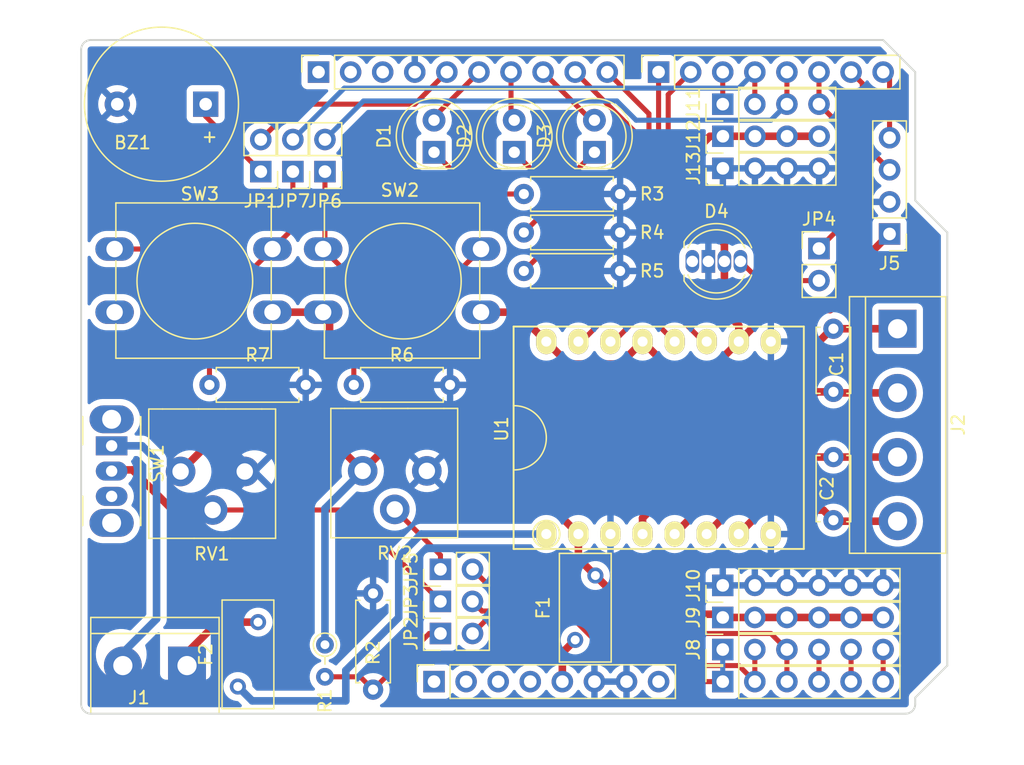
<source format=kicad_pcb>
(kicad_pcb (version 20211014) (generator pcbnew)

  (general
    (thickness 1.6)
  )

  (paper "A4")
  (title_block
    (date "mar. 31 mars 2015")
  )

  (layers
    (0 "F.Cu" signal)
    (31 "B.Cu" signal)
    (32 "B.Adhes" user "B.Adhesive")
    (33 "F.Adhes" user "F.Adhesive")
    (34 "B.Paste" user)
    (35 "F.Paste" user)
    (36 "B.SilkS" user "B.Silkscreen")
    (37 "F.SilkS" user "F.Silkscreen")
    (38 "B.Mask" user)
    (39 "F.Mask" user)
    (40 "Dwgs.User" user "User.Drawings")
    (41 "Cmts.User" user "User.Comments")
    (42 "Eco1.User" user "User.Eco1")
    (43 "Eco2.User" user "User.Eco2")
    (44 "Edge.Cuts" user)
    (45 "Margin" user)
    (46 "B.CrtYd" user "B.Courtyard")
    (47 "F.CrtYd" user "F.Courtyard")
    (48 "B.Fab" user)
    (49 "F.Fab" user)
  )

  (setup
    (stackup
      (layer "F.SilkS" (type "Top Silk Screen"))
      (layer "F.Paste" (type "Top Solder Paste"))
      (layer "F.Mask" (type "Top Solder Mask") (color "Green") (thickness 0.01))
      (layer "F.Cu" (type "copper") (thickness 0.035))
      (layer "dielectric 1" (type "core") (thickness 1.51) (material "FR4") (epsilon_r 4.5) (loss_tangent 0.02))
      (layer "B.Cu" (type "copper") (thickness 0.035))
      (layer "B.Mask" (type "Bottom Solder Mask") (color "Green") (thickness 0.01))
      (layer "B.Paste" (type "Bottom Solder Paste"))
      (layer "B.SilkS" (type "Bottom Silk Screen"))
      (copper_finish "None")
      (dielectric_constraints no)
    )
    (pad_to_mask_clearance 0)
    (aux_axis_origin 100 100)
    (grid_origin 100 100)
    (pcbplotparams
      (layerselection 0x00010f0_ffffffff)
      (disableapertmacros false)
      (usegerberextensions false)
      (usegerberattributes true)
      (usegerberadvancedattributes true)
      (creategerberjobfile true)
      (svguseinch false)
      (svgprecision 6)
      (excludeedgelayer true)
      (plotframeref false)
      (viasonmask false)
      (mode 1)
      (useauxorigin false)
      (hpglpennumber 1)
      (hpglpenspeed 20)
      (hpglpendiameter 15.000000)
      (dxfpolygonmode true)
      (dxfimperialunits true)
      (dxfusepcbnewfont true)
      (psnegative false)
      (psa4output false)
      (plotreference true)
      (plotvalue true)
      (plotinvisibletext false)
      (sketchpadsonfab false)
      (subtractmaskfromsilk false)
      (outputformat 1)
      (mirror false)
      (drillshape 0)
      (scaleselection 1)
      (outputdirectory "gerbers/")
    )
  )

  (net 0 "")
  (net 1 "GND")
  (net 2 "Net-(BZ1-Pad1)")
  (net 3 "+5V")
  (net 4 "/IOREF")
  (net 5 "/A0")
  (net 6 "/A1")
  (net 7 "/A2")
  (net 8 "/A3")
  (net 9 "/SDA{slash}A4")
  (net 10 "/SCL{slash}A5")
  (net 11 "/13")
  (net 12 "/12")
  (net 13 "/AREF")
  (net 14 "/8")
  (net 15 "/7")
  (net 16 "/*11")
  (net 17 "/*10")
  (net 18 "/*9")
  (net 19 "/4")
  (net 20 "/2")
  (net 21 "/*6")
  (net 22 "/*5")
  (net 23 "/TX{slash}1")
  (net 24 "/*3")
  (net 25 "/RX{slash}0")
  (net 26 "Net-(C1-Pad1)")
  (net 27 "Net-(C1-Pad2)")
  (net 28 "/~{RESET}")
  (net 29 "Net-(C2-Pad1)")
  (net 30 "Net-(C2-Pad2)")
  (net 31 "Net-(D1-Pad1)")
  (net 32 "Net-(D2-Pad1)")
  (net 33 "Net-(D3-Pad1)")
  (net 34 "Net-(F1-Pad1)")
  (net 35 "Net-(F2-Pad1)")
  (net 36 "/+BAT")
  (net 37 "Net-(F3-Pad1)")
  (net 38 "/STUP_IN")
  (net 39 "unconnected-(J4-Pad1)")
  (net 40 "/Vin")
  (net 41 "Net-(JP2-Pad1)")
  (net 42 "Net-(JP3-Pad1)")
  (net 43 "Net-(D4-Pad4)")
  (net 44 "Net-(JP5-Pad1)")
  (net 45 "Net-(JP6-Pad1)")
  (net 46 "Net-(JP7-Pad1)")
  (net 47 "unconnected-(D4-Pad1)")

  (footprint "Connector_PinSocket_2.54mm:PinSocket_1x08_P2.54mm_Vertical" (layer "F.Cu") (at 127.94 97.46 90))

  (footprint "Connector_PinSocket_2.54mm:PinSocket_1x06_P2.54mm_Vertical" (layer "F.Cu") (at 150.8 97.46 90))

  (footprint "Connector_PinSocket_2.54mm:PinSocket_1x10_P2.54mm_Vertical" (layer "F.Cu") (at 118.796 49.2 90))

  (footprint "Connector_PinSocket_2.54mm:PinSocket_1x08_P2.54mm_Vertical" (layer "F.Cu") (at 145.72 49.2 90))

  (footprint "Resistor_THT:R_Axial_DIN0207_L6.3mm_D2.5mm_P7.62mm_Horizontal" (layer "F.Cu") (at 123.114 98.095 90))

  (footprint "Connector_PinHeader_2.54mm:PinHeader_1x06_P2.54mm_Vertical" (layer "F.Cu") (at 150.8 89.84 90))

  (footprint "Fuse:Fuse_BelFuse_0ZRE0005FF_L8.3mm_W3.8mm" (layer "F.Cu") (at 139.116 94.158 90))

  (footprint "Connector_PinHeader_2.54mm:PinHeader_1x04_P2.54mm_Vertical" (layer "F.Cu") (at 150.8 51.74 90))

  (footprint "bl_kicad:NEOPIXEL_THT_D5.0mm-4_(OGVI)" (layer "F.Cu") (at 148.392 64.186))

  (footprint "Button_Switch_THT:SW_PUSH-12mm" (layer "F.Cu") (at 119.16 63.21))

  (footprint "bl_kicad:POT_SmallBlueArrow" (layer "F.Cu") (at 122.29 75.95 -90))

  (footprint "LED_THT:LED_D5.0mm" (layer "F.Cu") (at 134.29 55.55 90))

  (footprint "Connector_PinHeader_2.54mm:PinHeader_1x02_P2.54mm_Vertical" (layer "F.Cu") (at 116.764 57.079 180))

  (footprint "LED_THT:LED_D5.0mm" (layer "F.Cu") (at 140.64 55.55 90))

  (footprint "Connector_PinHeader_2.54mm:PinHeader_1x02_P2.54mm_Vertical" (layer "F.Cu") (at 128.448 93.65 90))

  (footprint "Connector_PinHeader_2.54mm:PinHeader_1x04_P2.54mm_Vertical" (layer "F.Cu") (at 164.008 62.017 180))

  (footprint "Connector_PinHeader_2.54mm:PinHeader_1x04_P2.54mm_Vertical" (layer "F.Cu") (at 150.81 56.82 90))

  (footprint "Connector_PinHeader_2.54mm:PinHeader_1x04_P2.54mm_Vertical" (layer "F.Cu") (at 150.81 54.28 90))

  (footprint "Button_Switch_THT:SW_PUSH-12mm" (layer "F.Cu") (at 102.65 63.21))

  (footprint "LED_THT:LED_D5.0mm" (layer "F.Cu") (at 127.94 55.55 90))

  (footprint "Connector_PinHeader_2.54mm:PinHeader_1x02_P2.54mm_Vertical" (layer "F.Cu") (at 119.304 57.079 180))

  (footprint "Resistor_THT:R_Axial_DIN0207_L6.3mm_D2.5mm_P7.62mm_Horizontal" (layer "F.Cu") (at 110.16 73.965))

  (footprint "Capacitor_THT:C_Disc_D5.0mm_W2.5mm_P5.00mm" (layer "F.Cu") (at 159.563 69.52 -90))

  (footprint "Capacitor_THT:C_Disc_D5.0mm_W2.5mm_P5.00mm" (layer "F.Cu") (at 159.563 79.68 -90))

  (footprint "Resistor_THT:R_Axial_DIN0207_L6.3mm_D2.5mm_P7.62mm_Horizontal" (layer "F.Cu") (at 121.59 73.965))

  (footprint "Connector_PinHeader_2.54mm:PinHeader_1x02_P2.54mm_Vertical" (layer "F.Cu") (at 128.448 88.57 90))

  (footprint "Resistor_THT:R_Axial_DIN0207_L6.3mm_D2.5mm_P7.62mm_Horizontal" (layer "F.Cu") (at 135.052 58.852))

  (footprint "Resistor_THT:R_Axial_DIN0204_L3.6mm_D1.6mm_P2.54mm_Vertical" (layer "F.Cu") (at 119.304 94.539 -90))

  (footprint "Connector_PinHeader_2.54mm:PinHeader_1x02_P2.54mm_Vertical" (layer "F.Cu") (at 114.224 57.079 180))

  (footprint "Fuse:Fuse_BelFuse_0ZRE0005FF_L8.3mm_W3.8mm" (layer "F.Cu") (at 112.408 97.851 90))

  (footprint "bl_kicad:POT_SmallBlueArrow" (layer "F.Cu") (at 107.874 75.997 -90))

  (footprint "bl_kicad:Buzzer_11.45x8RM7" (layer "F.Cu") (at 110.16 51.74 180))

  (footprint "Button_Switch_THT:SW_CuK_OS102011MA1QN1_SPDT_Angled" (layer "F.Cu") (at 102.413 78.791 -90))

  (footprint "TerminalBlock:TerminalBlock_bornier-4_P5.08mm" (layer "F.Cu") (at 164.643 69.52 -90))

  (footprint "TerminalBlock:TerminalBlock_bornier-2_P5.08mm" (layer "F.Cu") (at 108.382 96.19 180))

  (footprint "Resistor_THT:R_Axial_DIN0207_L6.3mm_D2.5mm_P7.62mm_Horizontal" (layer "F.Cu") (at 135.052 61.9))

  (footprint "Resistor_THT:R_Axial_DIN0207_L6.3mm_D2.5mm_P7.62mm_Horizontal" (layer "F.Cu") (at 135.052 64.948))

  (footprint "Connector_PinHeader_2.54mm:PinHeader_1x02_P2.54mm_Vertical" (layer "F.Cu") (at 128.443 91.11 90))

  (footprint "Connector_PinHeader_2.54mm:PinHeader_1x06_P2.54mm_Vertical" (layer "F.Cu") (at 150.8 94.92 90))

  (footprint "bl_kicad:DIP-16_600" (layer "F.Cu") (at 136.83 85.776 90))

  (footprint "Connector_PinHeader_2.54mm:PinHeader_1x02_P2.54mm_Vertical" (layer "F.Cu") (at 158.42 63.17))

  (footprint "Connector_PinHeader_2.54mm:PinHeader_1x06_P2.54mm_Vertical" (layer "F.Cu") (at 150.8 92.38 90))

  (gr_line (start 98.095 96.825) (end 98.095 87.935) (layer "Dwgs.User") (width 0.15) (tstamp 53e4740d-8877-45f6-ab44-50ec12588509))
  (gr_line (start 111.43 96.825) (end 98.095 96.825) (layer "Dwgs.User") (width 0.15) (tstamp 556cf23c-299b-4f67-9a25-a41fb8b5982d))
  (gr_rect (start 162.23 69.52) (end 167.31 77.14) (layer "Dwgs.User") (width 0.15) (fill none) (tstamp 58ce2ea3-aa66-45fe-b5e1-d11ebd935d6a))
  (gr_line (start 98.095 87.935) (end 111.43 87.935) (layer "Dwgs.User") (width 0.15) (tstamp 77f9193c-b405-498d-930b-ec247e51bb7e))
  (gr_line (start 93.65 67.615) (end 93.65 56.185) (layer "Dwgs.User") (width 0.15) (tstamp 886b3496-76f8-498c-900d-2acfeb3f3b58))
  (gr_line (start 111.43 87.935) (end 111.43 96.825) (layer "Dwgs.User") (width 0.15) (tstamp 92b33026-7cad-45d2-b531-7f20adda205b))
  (gr_line (start 109.525 56.185) (end 109.525 67.615) (layer "Dwgs.User") (width 0.15) (tstamp bf6edab4-3acb-4a87-b344-4fa26a7ce1ab))
  (gr_line (start 93.65 56.185) (end 109.525 56.185) (layer "Dwgs.User") (width 0.15) (tstamp da3f2702-9f42-46a9-b5f9-abfc74e86759))
  (gr_line (start 109.525 67.615) (end 93.65 67.615) (layer "Dwgs.User") (width 0.15) (tstamp fde342e7-23e6-43a1-9afe-f71547964d5d))
  (gr_line (start 166.04 59.36) (end 168.58 61.9) (layer "Edge.Cuts") (width 0.15) (tstamp 14983443-9435-48e9-8e51-6faf3f00bdfc))
  (gr_line (start 100 99.238) (end 100 47.422) (layer "Edge.Cuts") (width 0.15) (tstamp 16738e8d-f64a-4520-b480-307e17fc6e64))
  (gr_line (start 168.58 61.9) (end 168.58 96.19) (layer "Edge.Cuts") (width 0.15) (tstamp 58c6d72f-4bb9-4dd3-8643-c635155dbbd9))
  (gr_line (start 165.278 100) (end 100.762 100) (layer "Edge.Cuts") (width 0.15) (tstamp 63988798-ab74-4066-afcb-7d5e2915caca))
  (gr_line (start 100.762 46.66) (end 163.5 46.66) (layer "Edge.Cuts") (width 0.15) (tstamp 6fef40a2-9c09-4d46-b120-a8241120c43b))
  (gr_arc (start 100.762 100) (mid 100.223185 99.776815) (end 100 99.238) (layer "Edge.Cuts") (width 0.15) (tstamp 814cca0a-9069-4535-992b-1bc51a8012a6))
  (gr_line (start 168.58 96.19) (end 166.04 98.73) (layer "Edge.Cuts") (width 0.15) (tstamp 93ebe48c-2f88-4531-a8a5-5f344455d694))
  (gr_line (start 163.5 46.66) (end 166.04 49.2) (layer "Edge.Cuts") (width 0.15) (tstamp a1531b39-8dae-4637-9a8d-49791182f594))
  (gr_arc (start 166.04 99.238) (mid 165.816815 99.776815) (end 165.278 100) (layer "Edge.Cuts") (width 0.15) (tstamp b69d9560-b866-4a54-9fbe-fec8c982890e))
  (gr_line (start 166.04 49.2) (end 166.04 59.36) (layer "Edge.Cuts") (width 0.15) (tstamp e462bc5f-271d-43fc-ab39-c424cc8a72ce))
  (gr_line (start 166.04 98.73) (end 166.04 99.238) (layer "Edge.Cuts") (width 0.15) (tstamp ea66c48c-ef77-4435-9521-1af21d8c2327))
  (gr_arc (start 100 47.422) (mid 100.223185 46.883185) (end 100.762 46.66) (layer "Edge.Cuts") (width 0.15) (tstamp ef0ee1ce-7ed7-4e9c-abb9-dc0926a9353e))
  (gr_text "ICSP" (at 164.77 73.33 90) (layer "Dwgs.User") (tstamp 8a0ca77a-5f97-4d8b-bfbe-42a4f0eded41)
    (effects (font (size 1 1) (thickness 0.15)))
  )

  (segment (start 109.86 52.705) (end 109.86 51.74) (width 0.4) (layer "F.Cu") (net 2) (tstamp 522fb94f-aaf0-4ff2-b010-97bbbace5395))
  (segment (start 114.224 57.069) (end 109.86 52.705) (width 0.4) (layer "F.Cu") (net 2) (tstamp 6a098170-02d3-4053-87cf-e65620a56483))
  (segment (start 148.26 55.804) (end 148.26 60.122) (width 0.6) (layer "F.Cu") (net 3) (tstamp 099d783d-5f01-40dd-839e-278c8c1b19e0))
  (segment (start 144.45 70.536) (end 142.672 72.314) (width 0.6) (layer "F.Cu") (net 3) (tstamp 0e6d8633-e5e9-4308-a4b9-101236f7e977))
  (segment (start 150.932 64.186) (end 150.932 68.001) (width 0.6) (layer "F.Cu") (net 3) (tstamp 126e741b-5674-4ed3-ae49-32af20dc3e6b))
  (segment (start 160.198 67.107) (end 159.304 68.001) (width 0.6) (layer "F.Cu") (net 3) (tstamp 164d1d78-e0dc-4692-8240-25c88f2a5f7d))
  (segment (start 138.481 72.187) (end 132.258 78.41) (width 0.6) (layer "F.Cu") (net 3) (tstamp 1b6b9e6b-01d8-431e-ba5a-4f154f486461))
  (segment (start 119.67 78.156) (end 119.67 68.72) (width 0.6) (layer "F.Cu") (net 3) (tstamp 1be996f4-7203-4818-8644-134c1cf98ce7))
  (segment (start 140.716 89.058) (end 143.784 92.126) (width 0.6) (layer "F.Cu") (net 3) (tstamp 20bc7e56-5ae1-4843-ac37-e63c5105d092))
  (segment (start 150.8 92.38) (end 153.34 92.38) (width 0.6) (layer "F.Cu") (net 3) (tstamp 20c65500-2139-4f32-9447-baaf76afe5a6))
  (segment (start 134.504 68.21) (end 131.66 68.21) (width 0.6) (layer "F.Cu") (net 3) (tstamp 216e04f2-ef53-4ec3-addb-834cdb1d2b9f))
  (segment (start 132.258 78.41) (end 132.258 78.664) (width 0.6) (layer "F.Cu") (net 3) (tstamp 294a7be3-2f8f-4f92-a2d0-f408c92b0e47))
  (segment (start 119.16 68.21) (end 115.15 68.21) (width 0.6) (layer "F.Cu") (net 3) (tstamp 2bffc7ac-67ac-4fcf-b4ed-2988f9e7e387))
  (segment (start 138.608 72.314) (end 138.481 72.187) (width 0.6) (layer "F.Cu") (net 3) (tstamp 2c82833a-223b-464b-ad22-b17697907089))
  (segment (start 155.88 92.38) (end 158.42 92.38) (width 0.6) (layer "F.Cu") (net 3) (tstamp 3e7a1022-f837-4fe1-bc73-a16de1b3783a))
  (segment (start 139.37 87.712) (end 140.716 89.058) (width 0.6) (layer "F.Cu") (net 3) (tstamp 42a59cbb-46b8-4db6-be5f-1b196f729910))
  (segment (start 164.008 62.017) (end 160.198 65.827) (width 0.6) (layer "F.Cu") (net 3) (tstamp 45844bf1-f899-4eb7-b0c3-b1f05bb0c3e7))
  (segment (start 139.37 85.776) (end 139.37 87.712) (width 0.6) (layer "F.Cu") (net 3) (tstamp 4c8dea1f-010c-42fb-8f63-958d8e8fe347))
  (segment (start 159.299 67.996) (end 154.61 67.996) (width 0.6) (layer "F.Cu") (net 3) (tstamp 50efd75e-f5ab-4600-ad7f-36c020566a8c))
  (segment (start 150.81 54.28) (end 149.784 54.28) (width 0.6) (layer "F.Cu") (net 3) (tstamp 5296c87c-3c85-4035-9c4d-4e68c21c65fd))
  (segment (start 150.932 68.128) (end 152.07 69.266) (width 0.6) (layer "F.Cu") (net 3) (tstamp 69cb2b6d-7603-4181-a571-d2112ce8439a))
  (segment (start 107.874 80.823) (end 110.541 78.156) (width 0.6) (layer "F.Cu") (net 3) (tstamp 6d85535d-80ee-42c1-ba5e-bb348532b606))
  (segment (start 138.481 72.187) (end 136.83 70.536) (width 0.6) (layer "F.Cu") (net 3) (tstamp 7a1420b5-329d-4ee8-93a8-80a5cb098e6f))
  (segment (start 153.34 92.38) (end 155.88 92.38) (width 0.6) (layer "F.Cu") (net 3) (tstamp 7cf81fe1-b08c-4d3b-8297-673b6ec8c9d3))
  (segment (start 155.89 54.28) (end 158.43 54.28) (width 0.6) (layer "F.Cu") (net 3) (tstamp 7f87f1d9-9090-41c1-873b-3f97d18ae5e5))
  (segment (start 160.96 92.38) (end 163.5 92.38) (width 0.6) (layer "F.Cu") (net 3) (tstamp 82b0ad7b-8152-42ff-8378-e8f3cc2ea354))
  (segment (start 150.932 62.794) (end 150.932 64.186) (width 0.6) (layer "F.Cu") (net 3) (tstamp 89498d22-1a83-4dd0-8a53-a441ff69aa4c))
  (segment (start 149.784 54.28) (end 148.26 55.804) (width 0.6) (layer "F.Cu") (net 3) (tstamp 8a3ca327-f37a-4fd0-8106-e84649723499))
  (segment (start 158.42 92.38) (end 160.96 92.38) (width 0.6) (layer "F.Cu") (net 3) (tstamp 963e894c-1736-45cc-9f21-181d9a47f910))
  (segment (start 124.402 78.664) (end 122.29 80.776) (width 0.6) (layer "F.Cu") (net 3) (tstamp 97d53e56-346f-4514-92b0-f11a2a01f430))
  (segment (start 148.26 60.122) (end 150.932 62.794) (width 0.6) (layer "F.Cu") (net 3) (tstamp 9ca2d432-6cf0-4958-baa7-185e7a3da45f))
  (segment (start 142.672 72.314) (end 138.608 72.314) (width 0.6) (layer "F.Cu") (net 3) (tstamp add43874-1428-49bc-b05c-2661290b5a16))
  (segment (start 153.35 54.28) (end 155.89 54.28) (width 0.6) (layer "F.Cu") (net 3) (tstamp b09a50c8-658e-4000-a40e-da118db85937))
  (segment (start 150.546 92.126) (end 150.8 92.38) (width 0.6) (layer "F.Cu") (net 3) (tstamp b9fe128f-369b-4944-b4f9-4cb119723dbd))
  (segment (start 150.038 72.568) (end 146.482 72.568) (width 0.6) (layer "F.Cu") (net 3) (tstamp bc6fac9b-9d1b-48b4-9795-175af1272664))
  (segment (start 146.482 72.568) (end 144.45 70.536) (width 0.6) (layer "F.Cu") (net 3) (tstamp bcd6e907-4266-463f-bfb6-2d18c8d69302))
  (segment (start 143.784 92.126) (end 150.546 92.126) (width 0.6) (layer "F.Cu") (net 3) (tstamp c25a6bc2-17a7-4ac8-96fd-cc5955ec8277))
  (segment (start 152.07 69.266) (end 152.07 70.536) (width 0.6) (layer "F.Cu") (net 3) (tstamp c3c975ec-b226-494b-9962-3913ccdb12d6))
  (segment (start 152.07 70.536) (end 150.038 72.568) (width 0.6) (layer "F.Cu") (net 3) (tstamp cff31ae6-a384-4820-bc57-64999efaaae0))
  (segment (start 132.258 78.664) (end 124.402 78.664) (width 0.6) (layer "F.Cu") (net 3) (tstamp d0c87d1a-c3ba-4653-8ce5-4fc32ad564ae))
  (segment (start 139.37 85.776) (end 132.258 78.664) (width 0.6) (layer "F.Cu") (net 3) (tstamp dc119b8f-3cb6-4658-96b7-6eafdcf44707))
  (segment (start 154.61 67.996) (end 152.07 70.536) (width 0.6) (layer "F.Cu") (net 3) (tstamp e1fe60eb-3d7f-4db6-9c78-27a75ca1fd02))
  (segment (start 160.198 65.827) (end 160.198 67.107) (width 0.6) (layer "F.Cu") (net 3) (tstamp e4b4d61d-b9de-43d0-a895-05b5b1f7e3de))
  (segment (start 110.541 78.156) (end 119.67 78.156) (width 0.6) (layer "F.Cu") (net 3) (tstamp e57144f8-cbb6-457b-b1ac-9a336f75870e))
  (segment (start 119.67 68.72) (end 119.16 68.21) (width 0.6) (layer "F.Cu") (net 3) (tstamp e662e571-364c-4161-89dd-265923befed6))
  (segment (start 150.932 68.001) (end 150.932 68.128) (width 0.6) (layer "F.Cu") (net 3) (tstamp eb54fa45-1c6c-41cb-915e-9845bd198a81))
  (segment (start 119.67 78.156) (end 122.29 80.776) (width 0.6) (layer "F.Cu") (net 3) (tstamp eb8b080c-ec4e-40c7-9e85-21fd40398ea7))
  (segment (start 150.81 54.28) (end 153.35 54.28) (width 0.6) (layer "F.Cu") (net 3) (tstamp ece4c281-19c3-44be-9df3-e390ffdc7cdc))
  (segment (start 159.304 68.001) (end 159.299 67.996) (width 0.6) (layer "F.Cu") (net 3) (tstamp fd0b0e26-c16f-4bab-a15e-8b5780d993ad))
  (segment (start 136.83 70.536) (end 134.504 68.21) (width 0.6) (layer "F.Cu") (net 3) (tstamp fef1a879-da11-4315-9d26-96cd010f024e))
  (segment (start 122.29 80.776) (end 119.304 83.762) (width 0.6) (layer "B.Cu") (net 3) (tstamp 7d9e0d2c-6f39-4877-8c20-21c83d380545))
  (segment (start 119.304 83.762) (end 119.304 94.539) (width 0.6) (layer "B.Cu") (net 3) (tstamp eaf54d1b-cb1e-4536-86c5-d2bd2888e183))
  (segment (start 139.116 92.634) (end 132.004 92.634) (width 0.4) (layer "F.Cu") (net 5) (tstamp 45636b51-fd3f-4c49-be86-d00d5a7fe25e))
  (segment (start 150.8 97.46) (end 148.006 97.46) (width 0.4) (layer "F.Cu") (net 5) (tstamp 5eafba53-b303-4fdb-bcb0-e5ba692d6156))
  (segment (start 132.004 92.634) (end 130.988 93.65) (width 0.4) (layer "F.Cu") (net 5) (tstamp 8d48742f-61c0-47dd-87ba-2f9df3b8426a))
  (segment (start 145.212 94.666) (end 141.148 94.666) (width 0.4) (layer "F.Cu") (net 5) (tstamp b6e62464-8a45-4e95-97a0-b67f8df480d6))
  (segment (start 148.006 97.46) (end 145.212 94.666) (width 0.4) (layer "F.Cu") (net 5) (tstamp bd0f9f19-3bf1-40df-bc0e-71a2f2e87879))
  (segment (start 141.148 94.666) (end 139.116 92.634) (width 0.4) (layer "F.Cu") (net 5) (tstamp f9f707ef-26dd-4ef5-a654-6c8936d1267e))
  (segment (start 150.8 97.46) (end 150.8 94.92) (width 0.4) (layer "B.Cu") (net 5) (tstamp 1213c00d-1c70-46d8-992c-2cfe6a78e015))
  (segment (start 141.402 93.904) (end 139.37 91.872) (width 0.4) (layer "F.Cu") (net 6) (tstamp 0864a19a-0d9e-4ebe-ad4c-77bb8a19a84c))
  (segment (start 147.752 96.19) (end 145.466 93.904) (width 0.4) (layer "F.Cu") (net 6) (tstamp 114bc672-0458-4ee7-942c-e003337dad8a))
  (segment (start 131.745 91.872) (end 130.983 91.11) (width 0.4) (layer "F.Cu") (net 6) (tstamp 13f98492-93cb-4f38-b810-2510ef074f66))
  (segment (start 145.466 93.904) (end 141.402 93.904) (width 0.4) (layer "F.Cu") (net 6) (tstamp 3349c454-6127-48a2-84b3-c4a7aeb333c9))
  (segment (start 153.34 97.46) (end 153.34 94.92) (width 0.4) (layer "F.Cu") (net 6) (tstamp 679d09f4-4417-4d36-80ce-118f88b1bfb4))
  (segment (start 153.34 97.46) (end 152.07 96.19) (width 0.4) (layer "F.Cu") (net 6) (tstamp a5166ba3-82ed-4feb-a89c-4354afada157))
  (segment (start 152.07 96.19) (end 147.752 96.19) (width 0.4) (layer "F.Cu") (net 6) (tstamp eb0f8ef9-8e7b-4bb8-a285-be3406f2a220))
  (segment (start 139.37 91.872) (end 131.745 91.872) (width 0.4) (layer "F.Cu") (net 6) (tstamp fb6a7813-9c8a-49d4-b40b-8a92c820ff93))
  (segment (start 154.61 93.65) (end 146.228 93.65) (width 0.4) (layer "F.Cu") (net 7) (tstamp 1e3c762e-e94f-4390-a1d3-d1d81581191e))
  (segment (start 146.228 93.65) (end 145.72 93.142) (width 0.4) (layer "F.Cu") (net 7) (tstamp 3e6284d2-788f-4a48-9de0-f75bc4fd428b))
  (segment (start 139.624 91.11) (end 133.528 91.11) (width 0.4) (layer "F.Cu") (net 7) (tstamp 420c1315-90b9-420d-b3d8-d0e742ebf72f))
  (segment (start 155.88 94.92) (end 154.61 93.65) (width 0.4) (layer "F.Cu") (net 7) (tstamp 62e8ed3d-d911-4508-9279-afd4bbbd0974))
  (segment (start 141.656 93.142) (end 139.624 91.11) (width 0.4) (layer "F.Cu") (net 7) (tstamp 7f76a9af-042f-4434-80a7-ece1ebc642bb))
  (segment (start 155.88 97.46) (end 155.88 94.92) (width 0.4) (layer "F.Cu") (net 7) (tstamp 9111c2eb-ea57-4b05-a100-cd23f648dbbe))
  (segment (start 133.528 91.11) (end 130.988 88.57) (width 0.4) (layer "F.Cu") (net 7) (tstamp bf42a4f7-0826-4a6c-affc-94b40501f9ba))
  (segment (start 145.72 93.142) (end 141.656 93.142) (width 0.4) (layer "F.Cu") (net 7) (tstamp fbd973d1-270e-42e6-b55e-14728557b6a0))
  (segment (start 158.42 97.46) (end 158.42 94.92) (width 0.4) (layer "F.Cu") (net 8) (tstamp bebd5d06-ce48-47a7-bbcc-541960217e03))
  (segment (start 160.96 97.46) (end 160.96 94.92) (width 0.4) (layer "F.Cu") (net 9) (tstamp 858c77dc-2cc0-4bbb-a2c9-c87b15f826aa))
  (segment (start 163.5 97.46) (end 163.5 94.92) (width 0.4) (layer "F.Cu") (net 10) (tstamp fac7feee-c29c-497e-b2d1-5c8aa2854aab))
  (segment (start 117.013 51.74) (end 114.224 54.529) (width 0.4) (layer "F.Cu") (net 11) (tstamp 3c75fd2e-d912-4982-8e32-c496a329cdd9))
  (segment (start 128.956 49.2) (end 126.416 51.74) (width 0.4) (layer "F.Cu") (net 11) (tstamp 490f7dba-f395-4494-8a58-b3b2a3633be7))
  (segment (start 126.416 51.74) (end 117.013 51.74) (width 0.4) (layer "F.Cu") (net 11) (tstamp 63a5a3e5-bd35-4500-8127-c262661bd218))
  (segment (start 127.94 52.756) (end 127.94 53.01) (width 0.4) (layer "F.Cu") (net 12) (tstamp 6a9eb152-b577-4acf-97af-97a0b0b6d16a))
  (segment (start 131.496 49.2) (end 127.94 52.756) (width 0.4) (layer "F.Cu") (net 12) (tstamp dee7c7d7-941d-4f3a-9b4a-4c51d548227e))
  (segment (start 144.958 52.502) (end 144.958 67.742) (width 0.4) (layer "F.Cu") (net 14) (tstamp 065a8816-0311-4f37-a4b7-48e063cc3fc6))
  (segment (start 142.164 70.536) (end 141.91 70.536) (width 0.4) (layer "F.Cu") (net 14) (tstamp 0c155b47-445a-4c81-9e86-cbee2251fab4))
  (segment (start 141.656 49.2) (end 144.958 52.502) (width 0.4) (layer "F.Cu") (net 14) (tstamp 70d9143a-8e16-44d6-8a63-37687308acf7))
  (segment (start 144.958 67.742) (end 142.164 70.536) (width 0.4) (layer "F.Cu") (net 14) (tstamp ffd5edb7-163c-481c-b63c-bdd3ba95bd6e))
  (segment (start 145.72 69.266) (end 146.99 70.536) (width 0.4) (layer "F.Cu") (net 15) (tstamp 9e6630b3-a972-4041-9712-b988ff83cbf1))
  (segment (start 145.72 49.2) (end 145.72 69.266) (width 0.4) (layer "F.Cu") (net 15) (tstamp bc90cfd7-b85f-4f53-8aa5-b5c67b874657))
  (segment (start 134.036 52.756) (end 134.29 53.01) (width 0.4) (layer "F.Cu") (net 16) (tstamp d830090f-c075-4c96-8e0a-238540715206))
  (segment (start 134.036 49.2) (end 134.036 52.756) (width 0.4) (layer "F.Cu") (net 16) (tstamp f542abb7-46f6-4e35-be13-f63d46df3e6a))
  (segment (start 136.576 49.2) (end 140.386 53.01) (width 0.4) (layer "F.Cu") (net 17) (tstamp 316646f0-f942-4d4e-93bd-cb4f45ae819b))
  (segment (start 140.386 53.01) (end 140.64 53.01) (width 0.4) (layer "F.Cu") (net 17) (tstamp 52a57676-090f-45dc-a919-78e291ae6f51))
  (segment (start 139.116 49.2) (end 144.196 54.28) (width 0.4) (layer "F.Cu") (net 18) (tstamp 4630dc30-f35e-4991-bee0-a8a7fb152746))
  (segment (start 139.619 70.536) (end 139.37 70.536) (width 0.4) (layer "F.Cu") (net 18) (tstamp 6206762f-ae7c-4e03-bcd0-2e2fa0d64a86))
  (segment (start 144.196 54.28) (end 144.196 65.959) (width 0.4) (layer "F.Cu") (net 18) (tstamp 68e8825a-06fd-4b85-beff-acf30faec908))
  (segment (start 144.196 65.959) (end 139.619 70.536) (width 0.4) (layer "F.Cu") (net 18) (tstamp 732b1a81-a87d-4c38-883f-f78822748b4a))
  (segment (start 153.34 49.2) (end 153.34 51.74) (width 0.4) (layer "F.Cu") (net 19) (tstamp 3e44c44d-fe46-4b89-b42c-21115c132954))
  (segment (start 152.07 50.47) (end 120.833 50.47) (width 0.4) (layer "B.Cu") (net 19) (tstamp 87d9c45b-b4d7-49d1-81af-4fa02e45b21c))
  (segment (start 153.34 49.2) (end 152.07 50.47) (width 0.4) (layer "B.Cu") (net 19) (tstamp d1b1df5d-cf9c-4ef5-a197-f5508a9f9608))
  (segment (start 120.833 50.47) (end 116.764 54.539) (width 0.4) (layer "B.Cu") (net 19) (tstamp fecdd61c-8dd6-4224-a314-d88af6eb3793))
  (segment (start 158.42 49.2) (end 158.42 51.74) (width 0.4) (layer "F.Cu") (net 20) (tstamp 1ed647db-85f7-4914-a04a-75c1b5d30af8))
  (segment (start 160.706 60.884) (end 158.42 63.17) (width 0.4) (layer "F.Cu") (net 20) (tstamp 8ddeec34-eade-4a6b-8815-0b2c665f36db))
  (segment (start 160.706 54.026) (end 160.706 60.884) (width 0.4) (layer "F.Cu") (net 20) (tstamp b3504181-8d3f-4561-af0a-23abc263b022))
  (segment (start 158.42 51.74) (end 160.706 54.026) (width 0.4) (layer "F.Cu") (net 20) (tstamp dca674cc-43c4-4055-8095-c6c0f475627d))
  (segment (start 146.482 50.978) (end 146.482 67.757) (width 0.4) (layer "F.Cu") (net 21) (tstamp 18bbbb20-c28d-4a31-b7f3-97c5d4658c89))
  (segment (start 149.261 70.536) (end 149.53 70.536) (width 0.4) (layer "F.Cu") (net 21) (tstamp 551629f4-2b40-4cc8-a645-b90599f7d8d7))
  (segment (start 148.26 49.2) (end 146.482 50.978) (width 0.4) (layer "F.Cu") (net 21) (tstamp 626e515e-5ccf-4171-9530-63bbf5a2594c))
  (segment (start 146.482 67.757) (end 149.261 70.536) (width 0.4) (layer "F.Cu") (net 21) (tstamp d5934ca8-30d0-4c92-a0eb-e37fa1575a95))
  (segment (start 150.8 49.2) (end 150.8 51.74) (width 0.4) (layer "F.Cu") (net 22) (tstamp dc7b0851-5f5a-4291-83af-adbda4187a6c))
  (segment (start 161.849 54.778) (end 164.008 56.937) (width 0.4) (layer "F.Cu") (net 23) (tstamp 116e22a1-125f-44c7-8e22-59f082d6574b))
  (segment (start 160.96 49.2) (end 161.849 50.089) (width 0.4) (layer "F.Cu") (net 23) (tstamp b66cccfe-9b23-4ef6-a2e8-c09e8a53d207))
  (segment (start 161.849 50.089) (end 161.849 54.778) (width 0.4) (layer "F.Cu") (net 23) (tstamp cd6f39d5-4c5c-497a-89ef-a6ef245536a5))
  (segment (start 155.88 49.2) (end 155.88 51.74) (width 0.4) (layer "F.Cu") (net 24) (tstamp 4ba958dc-5823-4c90-90a0-ca16b01ee7ff))
  (segment (start 122.357 51.486) (end 119.304 54.539) (width 0.4) (layer "B.Cu") (net 24) (tstamp 280cad14-2113-4b93-96a4-3c26d4ee1675))
  (segment (start 154.61 53.01) (end 143.942 53.01) (width 0.4) (layer "B.Cu") (net 24) (tstamp 7796615d-ee62-4b4d-ad63-ef0e7b5d1559))
  (segment (start 143.942 53.01) (end 142.418 51.486) (width 0.4) (layer "B.Cu") (net 24) (tstamp 89c98aa7-01de-4881-aca4-3af7ddada619))
  (segment (start 142.418 51.486) (end 122.357 51.486) (width 0.4) (layer "B.Cu") (net 24) (tstamp 9f732bd4-e559-4ac1-9391-2746944eb78d))
  (segment (start 155.88 51.74) (end 154.61 53.01) (width 0.4) (layer "B.Cu") (net 24) (tstamp a46f6ece-f6b6-4ffe-a44c-15c3f27af033))
  (segment (start 163.5 49.2) (end 164.008 49.708) (width 0.4) (layer "F.Cu") (net 25) (tstamp 2baf5ac4-6d1d-410a-9dd1-df5c252bf065))
  (segment (start 164.008 49.708) (end 164.008 54.397) (width 0.4) (layer "F.Cu") (net 25) (tstamp f8beda23-64a1-4c50-8920-b680c36b612c))
  (segment (start 159.436 69.52) (end 144.45 84.506) (width 0.6) (layer "F.Cu") (net 26) (tstamp 40abd4c3-0f6b-4ad1-8135-6045f0ef66c6))
  (segment (start 159.563 69.52) (end 159.436 69.52) (width 0.6) (layer "F.Cu") (net 26) (tstamp 4edbc9d2-d9df-47af-bc22-2377b4f502b2))
  (segment (start 144.45 84.506) (end 144.45 85.776) (width 0.6) (layer "F.Cu") (net 26) (tstamp 81f80da8-88cd-4196-8564-a4f9e2058442))
  (segment (start 164.643 69.52) (end 159.563 69.52) (width 0.6) (layer "F.Cu") (net 26) (tstamp aca405cd-5669-402c-a4fe-f3910af5342b))
  (segment (start 159.643 74.6) (end 159.563 74.52) (width 0.6) (layer "F.Cu") (net 27) (tstamp 5ae4ec0a-7302-4b61-83eb-6f7c7b28cb00))
  (segment (start 159.563 74.52) (end 158.2435 74.52) (width 0.6) (layer "F.Cu") (net 27) (tstamp 9776eaea-8a3f-4b8b-a1e9-d46c51d7498f))
  (segment (start 146.99 85.7735) (end 146.99 85.776) (width 0.6) (layer "F.Cu") (net 27) (tstamp bdd0d982-c3d1-458c-8df8-14aada6d58cb))
  (segment (start 158.2435 74.52) (end 146.99 85.7735) (width 0.6) (layer "F.Cu") (net 27) (tstamp cf631b64-0569-4a9b-a1be-50d648b6172f))
  (segment (start 164.643 74.6) (end 159.643 74.6) (width 0.6) (layer "F.Cu") (net 27) (tstamp eed8b048-d426-4f47-9a72-d8b0ede01a7a))
  (segment (start 155.6235 79.68) (end 149.53 85.7735) (width 0.6) (layer "F.Cu") (net 29) (tstamp 49082f4c-1592-446c-943b-928ea4b41c7a))
  (segment (start 164.643 79.68) (end 159.563 79.68) (width 0.6) (layer "F.Cu") (net 29) (tstamp 8ec0a1f8-60f7-4479-9ab3-5507ad4db985))
  (segment (start 159.563 79.68) (end 155.6235 79.68) (width 0.6) (layer "F.Cu") (net 29) (tstamp c8a6d3fc-a30e-42e6-9608-d48cd1c5fdca))
  (segment (start 149.53 85.7735) (end 149.53 85.776) (width 0.6) (layer "F.Cu") (net 29) (tstamp d8b263b1-838e-4854-85e0-f0d1b2ef6dc8))
  (segment (start 159.643 84.76) (end 159.563 84.68) (width 0.6) (layer "F.Cu") (net 30) (tstamp 070213f5-1048-4066-9082-b9f07399f726))
  (segment (start 158.763001 83.880001) (end 153.963499 83.880001) (width 0.6) (layer "F.Cu") (net 30) (tstamp 070eb6ca-018c-41c4-90b4-ae0b5879bbab))
  (segment (start 164.643 84.76) (end 159.643 84.76) (width 0.6) (layer "F.Cu") (net 30) (tstamp 2a402592-3edb-40d5-ac44-3d77a530a529))
  (segment (start 153.963499 83.880001) (end 152.07 85.7735) (width 0.6) (layer "F.Cu") (net 30) (tstamp 2e396bb3-0022-4f8a-9d5c-40391557d031))
  (segment (start 152.07 85.7735) (end 152.07 85.776) (width 0.6) (layer "F.Cu") (net 30) (tstamp 841645bf-fb2c-4a39-af87-e9363ed8b188))
  (segment (start 159.563 84.68) (end 158.763001 83.880001) (width 0.6) (layer "F.Cu") (net 30) (tstamp cb6e4ca9-a57e-43be-86f3-bc8c67937ad1))
  (segment (start 127.94 55.55) (end 131.242 58.852) (width 0.4) (layer "F.Cu") (net 31) (tstamp 05a181d4-94af-4a24-b1aa-dedc921a1a5f))
  (segment (start 131.242 58.852) (end 135.052 58.852) (width 0.4) (layer "F.Cu") (net 31) (tstamp 6f4afcef-fef4-4182-94aa-23ee9bcef543))
  (segment (start 136.83 58.09) (end 136.83 60.122) (width 0.4) (layer "F.Cu") (net 32) (tstamp 710d50fb-7387-441d-9b16-0aa337b1ec71))
  (segment (start 136.83 60.122) (end 135.052 61.9) (width 0.4) (layer "F.Cu") (net 32) (tstamp 72ebabed-66ad-4290-9db7-62236070a443))
  (segment (start 134.29 55.55) (end 136.83 58.09) (width 0.4) (layer "F.Cu") (net 32) (tstamp b8d338a3-df97-4551-856e-2c8637162325))
  (segment (start 137.846 62.154) (end 135.052 64.948) (width 0.4) (layer "F.Cu") (net 33) (tstamp 402bceec-de45-4375-ab24-f064e46a10fa))
  (segment (start 137.846 58.344) (end 137.846 62.154) (width 0.4) (layer "F.Cu") (net 33) (tstamp 8a7c2608-418f-4714-839c-8fb7405fa62d))
  (segment (start 140.64 55.55) (end 137.846 58.344) (width 0.4) (layer "F.Cu") (net 33) (tstamp db46a9c9-8e04-47bb-9d0d-bda6480db91e))
  (segment (start 138.1 95.174) (end 138.1 97.46) (width 0.6) (layer "F.Cu") (net 34) (tstamp 1ea1425e-5069-4357-aaf5-39a0dc08b8c8))
  (segment (start 139.116 94.158) (end 138.1 95.174) (width 0.6) (layer "F.Cu") (net 34) (tstamp 82c1d70f-a818-4165-b8c4-37832796f4ce))
  (segment (start 120.955 96.571) (end 120.955 98.984) (width 0.6) (layer "B.Cu") (net 35) (tstamp 139e6d16-756e-494c-adce-89b207193be3))
  (segment (start 120.955 98.984) (end 113.541 98.984) (width 0.6) (layer "B.Cu") (net 35) (tstamp 2a49f08c-bfa0-4265-a3b3-c4f0c146d719))
  (segment (start 113.541 98.984) (end 112.408 97.851) (width 0.6) (layer "B.Cu") (net 35) (tstamp 5a0fc62b-631d-4066-a3df-db4b446e37bb))
  (segment (start 126.924 85.776) (end 125.146 87.554) (width 0.6) (layer "B.Cu") (net 35) (tstamp 62667269-4d06-42e5-b5ec-9d6b27e06517))
  (segment (start 125.146 87.554) (end 125.146 92.38) (width 0.6) (layer "B.Cu") (net 35) (tstamp 9d291608-8931-498a-9722-2ac6ef9f5c89))
  (segment (start 136.83 85.776) (end 126.924 85.776) (width 0.6) (layer "B.Cu") (net 35) (tstamp ec1b3768-dd40-449c-9866-5b31e9d4fb3b))
  (segment (start 125.146 92.38) (end 120.955 96.571) (width 0.6) (layer "B.Cu") (net 35) (tstamp f0493b1c-6c63-458a-8819-8311a850a9cf))
  (segment (start 105.969 79.934) (end 105.969 92.507) (width 0.6) (layer "B.Cu") (net 36) (tstamp 277efd3f-d4cb-4354-9275-ff9832ef1c66))
  (segment (start 102.413 78.791) (end 104.826 78.791) (width 0.6) (layer "B.Cu") (net 36) (tstamp 9bbf84ea-c22e-496a-afa9-c1711fb7604e))
  (segment (start 104.826 78.791) (end 105.969 79.934) (width 0.6) (layer "B.Cu") (net 36) (tstamp b4b28b98-1a88-4386-8a76-5453422c7098))
  (segment (start 103.302 95.174) (end 103.302 96.19) (width 0.6) (layer "B.Cu") (net 36) (tstamp e36c3233-d4a1-4e5b-9230-765b517d4ad4))
  (segment (start 105.969 92.507) (end 103.302 95.174) (width 0.6) (layer "B.Cu") (net 36) (tstamp f27f77d7-1434-4116-812c-1c5d97f26206))
  (segment (start 107.493 84.125) (end 107.493 89.459) (width 0.6) (layer "F.Cu") (net 38) (tstamp 1155f937-6561-49fe-ab36-ab76bbc78d0f))
  (segment (start 108.382 95.174) (end 108.382 96.19) (width 0.6) (layer "F.Cu") (net 38) (tstamp 142da39e-be4d-43b6-b700-6e867c115114))
  (segment (start 110.785 92.751) (end 110.805 92.751) (width 0.6) (layer "F.Cu") (net 38) (tstamp 20725a8b-3d10-40ad-bcbb-1e1d1af80cd1))
  (segment (start 110.805 92.751) (end 108.382 95.174) (width 0.6) (layer "F.Cu") (net 38) (tstamp 48d36dcc-6ea2-4e61-9d5f-62582f8aa6ef))
  (segment (start 104.064 80.696) (end 107.493 84.125) (width 0.6) (layer "F.Cu") (net 38) (tstamp 60df2c6a-6ea6-4bcb-a513-f6066e3e28c7))
  (segment (start 102.413 80.791) (end 102.508 80.696) (width 0.6) (layer "F.Cu") (net 38) (tstamp 628cdf82-7e10-49ec-9c74-6236481640cb))
  (segment (start 102.508 80.696) (end 104.064 80.696) (width 0.6) (layer "F.Cu") (net 38) (tstamp 78109a9d-b1e7-4898-8f29-1cb1b223e1bc))
  (segment (start 114.008 92.751) (end 110.805 92.751) (width 0.6) (layer "F.Cu") (net 38) (tstamp 9e84375f-182f-412c-9da6-9bed8e84764b))
  (segment (start 107.493 89.459) (end 110.785 92.751) (width 0.6) (layer "F.Cu") (net 38) (tstamp e8da5542-2dba-4f87-ba23-d82068af725c))
  (segment (start 128.448 93.65) (end 127.559 93.65) (width 0.4) (layer "F.Cu") (net 41) (tstamp 1256eec0-2b7c-460c-8716-c3a213d07e55))
  (segment (start 123.114 98.095) (end 122.098 97.079) (width 0.4) (layer "F.Cu") (net 41) (tstamp 4826c390-cc7c-4a1d-ad13-4fde71f997e9))
  (segment (start 127.559 93.65) (end 123.114 98.095) (width 0.4) (layer "F.Cu") (net 41) (tstamp 8dac3df6-1a6f-44a9-a34d-5f5ba2dccb84))
  (segment (start 122.098 97.079) (end 119.304 97.079) (width 0.4) (layer "F.Cu") (net 41) (tstamp b6cc5090-0143-4c64-83be-8ebaa826b5a9))
  (segment (start 128.443 91.11) (end 128.443 91.105) (width 0.4) (layer "F.Cu") (net 42) (tstamp 3d00716c-f723-4e3f-a280-fc6cbcbf9dec))
  (segment (start 121.209 83.871) (end 110.414 83.871) (width 0.4) (layer "F.Cu") (net 42) (tstamp 460c29b9-43c3-4832-b1e4-aa49c686d4a2))
  (segment (start 128.443 91.105) (end 121.209 83.871) (width 0.4) (layer "F.Cu") (net 42) (tstamp 5665f2ee-dc38-4dcc-823a-c25acd097f33))
  (segment (start 158.42 65.71) (end 153.726 65.71) (width 0.4) (layer "F.Cu") (net 43) (tstamp bc1c4ecf-c348-4712-acd6-7b422c2f516c))
  (segment (start 153.726 65.71) (end 152.202 64.186) (width 0.4) (layer "F.Cu") (net 43) (tstamp da518b51-0225-47c9-8e79-ac46371449ca))
  (segment (start 128.448 88.57) (end 128.448 87.442) (width 0.4) (layer "F.Cu") (net 44) (tstamp 62228737-4fae-462a-97dc-ee3c41a75b7e))
  (segment (start 128.448 87.442) (end 124.83 83.824) (width 0.4) (layer "F.Cu") (net 44) (tstamp 92950490-3e7f-49c8-836c-6ad0a96fd90a))
  (segment (start 129.23 65.64) (end 131.66 63.21) (width 0.4) (layer "F.Cu") (net 45) (tstamp 013b0573-1d85-4953-aac5-036a63993a7c))
  (segment (start 121.59 65.64) (end 129.23 65.64) (width 0.4) (layer "F.Cu") (net 45) (tstamp 1466a582-f02e-4dec-90b0-02f634106384))
  (segment (start 119.304 57.079) (end 119.304 63.066) (width 0.4) (layer "F.Cu") (net 45) (tstamp 15a29fd0-18bf-4a65-8eb6-e2fbf82355fd))
  (segment (start 119.16 63.21) (end 121.59 65.64) (width 0.4) (layer "F.Cu") (net 45) (tstamp 4dedda3e-d316-49b0-93f2-e65d8eec455d))
  (segment (start 121.59 65.64) (end 121.59 73.965) (width 0.4) (layer "F.Cu") (net 45) (tstamp 7fb62146-923b-4600-a8af-385198173808))
  (segment (start 119.304 63.066) (end 119.16 63.21) (width 0.4) (layer "F.Cu") (net 45) (tstamp fea8847c-7685-4aa3-92ec-11ff5a802407))
  (segment (start 116.764 57.079) (end 116.764 61.596) (width 0.4) (layer "F.Cu") (net 46) (tstamp 24c8e1cc-286c-4b56-8b2f-3ce37dec68c8))
  (segment (start 116.764 61.596) (end 115.15 63.21) (width 0.4) (layer "F.Cu") (net 46) (tstamp 565b43e3-720c-4c5c-bd58-8a7886ae9dea))
  (segment (start 110.16 68.2) (end 110.16 73.965) (width 0.4) (layer "F.Cu") (net 46) (tstamp 630f7c72-3376-461e-baaa-ef6737797326))
  (segment (start 110.16 68.2) (end 105.17 63.21) (width 0.4) (layer "F.Cu") (net 46) (tstamp 91dc2c6f-a59e-4f01-be74-a1a47ff2c35d))
  (segment (start 105.17 63.21) (end 102.65 63.21) (width 0.4) (layer "F.Cu") (net 46) (tstamp aa861f4b-bb02-490b-9bbe-c562634e116e))
  (segment (start 115.15 63.21) (end 110.16 68.2) (width 0.4) (layer "F.Cu") (net 46) (tstamp c509f28d-3e2c-4b00-827b-1aa978a1cba5))

  (zone (net 1) (net_name "GND") (layer "B.Cu") (tstamp ae690083-f745-442d-9a71-9fdd9da6aa8c) (hatch edge 0.508)
    (connect_pads (clearance 0.508))
    (min_thickness 0.254) (filled_areas_thickness no)
    (fill yes (thermal_gap 0.508) (thermal_bridge_width 0.508))
    (polygon
      (pts
        (xy 174.676 104.064)
        (xy 96.952 104.064)
        (xy 96.952 44.374)
        (xy 97.286678 44.436579)
        (xy 174.676 44.12)
      )
    )
    (filled_polygon
      (layer "B.Cu")
      (pts
        (xy 163.305304 47.188502)
        (xy 163.326278 47.205405)
        (xy 163.753042 47.632169)
        (xy 163.787068 47.694481)
        (xy 163.782003 47.765296)
        (xy 163.739456 47.822132)
        (xy 163.672936 47.846943)
        (xy 163.641855 47.845311)
        (xy 163.628284 47.842894)
        (xy 163.554452 47.841992)
        (xy 163.410081 47.840228)
        (xy 163.410079 47.840228)
        (xy 163.404911 47.840165)
        (xy 163.184091 47.873955)
        (xy 162.971756 47.943357)
        (xy 162.773607 48.046507)
        (xy 162.769474 48.04961)
        (xy 162.769471 48.049612)
        (xy 162.5991 48.17753)
        (xy 162.594965 48.180635)
        (xy 162.591393 48.184373)
        (xy 162.483729 48.297037)
        (xy 162.440629 48.342138)
        (xy 162.333201 48.499621)
        (xy 162.278293 48.544621)
        (xy 162.207768 48.552792)
        (xy 162.144021 48.521538)
        (xy 162.123324 48.497054)
        (xy 162.042822 48.372617)
        (xy 162.04282 48.372614)
        (xy 162.040014 48.368277)
        (xy 161.88967 48.203051)
        (xy 161.885619 48.199852)
        (xy 161.885615 48.199848)
        (xy 161.718414 48.0678)
        (xy 161.71841 48.067798)
        (xy 161.714359 48.064598)
        (xy 161.678028 48.044542)
        (xy 161.662136 48.035769)
        (xy 161.518789 47.956638)
        (xy 161.51392 47.954914)
        (xy 161.513916 47.954912)
        (xy 161.313087 47.883795)
        (xy 161.313083 47.883794)
        (xy 161.308212 47.882069)
        (xy 161.303119 47.881162)
        (xy 161.303116 47.881161)
        (xy 161.093373 47.8438)
        (xy 161.093367 47.843799)
        (xy 161.088284 47.842894)
        (xy 161.014452 47.841992)
        (xy 160.870081 47.840228)
        (xy 160.870079 47.840228)
        (xy 160.864911 47.840165)
        (xy 160.644091 47.873955)
        (xy 160.431756 47.943357)
        (xy 160.233607 48.046507)
        (xy 160.229474 48.04961)
        (xy 160.229471 48.049612)
        (xy 160.0591 48.17753)
        (xy 160.054965 48.180635)
        (xy 160.051393 48.184373)
        (xy 159.943729 48.297037)
        (xy 159.900629 48.342138)
        (xy 159.793201 48.499621)
        (xy 159.738293 48.544621)
        (xy 159.667768 48.552792)
        (xy 159.604021 48.521538)
        (xy 159.583324 48.497054)
        (xy 159.502822 48.372617)
        (xy 159.50282 48.372614)
        (xy 159.500014 48.368277)
        (xy 159.34967 48.203051)
        (xy 159.345619 48.199852)
        (xy 159.345615 48.199848)
        (xy 159.178414 48.0678)
        (xy 159.17841 48.067798)
        (xy 159.174359 48.064598)
        (xy 159.138028 48.044542)
        (xy 159.122136 48.035769)
        (xy 158.978789 47.956638)
        (xy 158.97392 47.954914)
        (xy 158.973916 47.954912)
        (xy 158.773087 47.883795)
        (xy 158.773083 47.883794)
        (xy 158.768212 47.882069)
        (xy 158.763119 47.881162)
        (xy 158.763116 47.881161)
        (xy 158.553373 47.8438)
        (xy 158.553367 47.843799)
        (xy 158.548284 47.842894)
        (xy 158.474452 47.841992)
        (xy 158.330081 47.840228)
        (xy 158.330079 47.840228)
        (xy 158.324911 47.840165)
        (xy 158.104091 47.873955)
        (xy 157.891756 47.943357)
        (xy 157.693607 48.046507)
        (xy 157.689474 48.04961)
        (xy 157.689471 48.049612)
        (xy 157.5191 48.17753)
        (xy 157.514965 48.180635)
        (xy 157.511393 48.184373)
        (xy 157.403729 48.297037)
        (xy 157.360629 48.342138)
        (xy 157.253201 48.499621)
        (xy 157.198293 48.544621)
        (xy 157.127768 48.552792)
        (xy 157.064021 48.521538)
        (xy 157.043324 48.497054)
        (xy 156.962822 48.372617)
        (xy 156.96282 48.372614)
        (xy 156.960014 48.368277)
        (xy 156.80967 48.203051)
        (xy 156.805619 48.199852)
        (xy 156.805615 48.199848)
        (xy 156.638414 48.0678)
        (xy 156.63841 48.067798)
        (xy 156.634359 48.064598)
        (xy 156.598028 48.044542)
        (xy 156.582136 48.035769)
        (xy 156.438789 47.956638)
        (xy 156.43392 47.954914)
        (xy 156.433916 47.954912)
        (xy 156.233087 47.883795)
        (xy 156.233083 47.883794)
        (xy 156.228212 47.882069)
        (xy 156.223119 47.881162)
        (xy 156.223116 47.881161)
        (xy 156.013373 47.8438)
        (xy 156.013367 47.843799)
        (xy 156.008284 47.842894)
        (xy 155.934452 47.841992)
        (xy 155.790081 47.840228)
        (xy 155.790079 47.840228)
        (xy 155.784911 47.840165)
        (xy 155.564091 47.873955)
        (xy 155.351756 47.943357)
        (xy 155.153607 48.046507)
        (xy 155.149474 48.04961)
        (xy 155.149471 48.049612)
        (xy 154.9791 48.17753)
        (xy 154.974965 48.180635)
        (xy 154.971393 48.184373)
        (xy 154.863729 48.297037)
        (xy 154.820629 48.342138)
        (xy 154.713201 48.499621)
        (xy 154.658293 48.544621)
        (xy 154.587768 48.552792)
        (xy 154.524021 48.521538)
        (xy 154.503324 48.497054)
        (xy 154.422822 48.372617)
        (xy 154.42282 48.372614)
        (xy 154.420014 48.368277)
        (xy 154.26967 48.203051)
        (xy 154.265619 48.199852)
        (xy 154.265615 48.199848)
        (xy 154.098414 48.0678)
        (xy 154.09841 48.067798)
        (xy 154.094359 48.064598)
        (xy 154.058028 48.044542)
        (xy 154.042136 48.035769)
        (xy 153.898789 47.956638)
        (xy 153.89392 47.954914)
        (xy 153.893916 47.954912)
        (xy 153.693087 47.883795)
        (xy 153.693083 47.883794)
        (xy 153.688212 47.882069)
        (xy 153.683119 47.881162)
        (xy 153.683116 47.881161)
        (xy 153.473373 47.8438)
        (xy 153.473367 47.843799)
        (xy 153.468284 47.842894)
        (xy 153.394452 47.841992)
        (xy 153.250081 47.840228)
        (xy 153.250079 47.840228)
        (xy 153.244911 47.840165)
        (xy 153.024091 47.873955)
        (xy 152.811756 47.943357)
        (xy 152.613607 48.046507)
        (xy 152.609474 48.04961)
        (xy 152.609471 48.049612)
        (xy 152.4391 48.17753)
        (xy 152.434965 48.180635)
        (xy 152.431393 48.184373)
        (xy 152.323729 48.297037)
        (xy 152.280629 48.342138)
        (xy 152.173201 48.499621)
        (xy 152.118293 48.544621)
        (xy 152.047768 48.552792)
        (xy 151.984021 48.521538)
        (xy 151.963324 48.497054)
        (xy 151.882822 48.372617)
        (xy 151.88282 48.372614)
        (xy 151.880014 48.368277)
        (xy 151.72967 48.203051)
        (xy 151.725619 48.199852)
        (xy 151.725615 48.199848)
        (xy 151.558414 48.0678)
        (xy 151.55841 48.067798)
        (xy 151.554359 48.064598)
        (xy 151.518028 48.044542)
        (xy 151.502136 48.035769)
        (xy 151.358789 47.956638)
        (xy 151.35392 47.954914)
        (xy 151.353916 47.954912)
        (xy 151.153087 47.883795)
        (xy 151.153083 47.883794)
        (xy 151.148212 47.882069)
        (xy 151.143119 47.881162)
        (xy 151.143116 47.881161)
        (xy 150.933373 47.8438)
        (xy 150.933367 47.843799)
        (xy 150.928284 47.842894)
        (xy 150.854452 47.841992)
        (xy 150.710081 47.840228)
        (xy 150.710079 47.840228)
        (xy 150.704911 47.840165)
        (xy 150.484091 47.873955)
        (xy 150.271756 47.943357)
        (xy 150.073607 48.046507)
        (xy 150.069474 48.04961)
        (xy 150.069471 48.049612)
        (xy 149.8991 48.17753)
        (xy 149.894965 48.180635)
        (xy 149.891393 48.184373)
        (xy 149.783729 48.297037)
        (xy 149.740629 48.342138)
        (xy 149.633201 48.499621)
        (xy 149.578293 48.544621)
        (xy 149.507768 48.552792)
        (xy 149.444021 48.521538)
        (xy 149.423324 48.497054)
        (xy 149.342822 48.372617)
        (xy 149.34282 48.372614)
        (xy 149.340014 48.368277)
        (xy 149.18967 48.203051)
        (xy 149.185619 48.199852)
        (xy 149.185615 48.199848)
        (xy 149.018414 48.0678)
        (xy 149.01841 48.067798)
        (xy 149.014359 48.064598)
        (xy 148.978028 48.044542)
        (xy 148.962136 48.035769)
        (xy 148.818789 47.956638)
        (xy 148.81392 47.954914)
        (xy 148.813916 47.954912)
        (xy 148.613087 47.883795)
        (xy 148.613083 47.883794)
        (xy 148.608212 47.882069)
        (xy 148.603119 47.881162)
        (xy 148.603116 47.881161)
        (xy 148.393373 47.8438)
        (xy 148.393367 47.843799)
        (xy 148.388284 47.842894)
        (xy 148.314452 47.841992)
        (xy 148.170081 47.840228)
        (xy 148.170079 47.840228)
        (xy 148.164911 47.840165)
        (xy 147.944091 47.873955)
        (xy 147.731756 47.943357)
        (xy 147.533607 48.046507)
        (xy 147.529474 48.04961)
        (xy 147.529471 48.049612)
        (xy 147.3591 48.17753)
        (xy 147.354965 48.180635)
        (xy 147.298537 48.239684)
        (xy 147.274283 48.265064)
        (xy 147.212759 48.300494)
        (xy 147.141846 48.297037)
        (xy 147.08406 48.255791)
        (xy 147.065207 48.222243)
        (xy 147.023767 48
... [325531 chars truncated]
</source>
